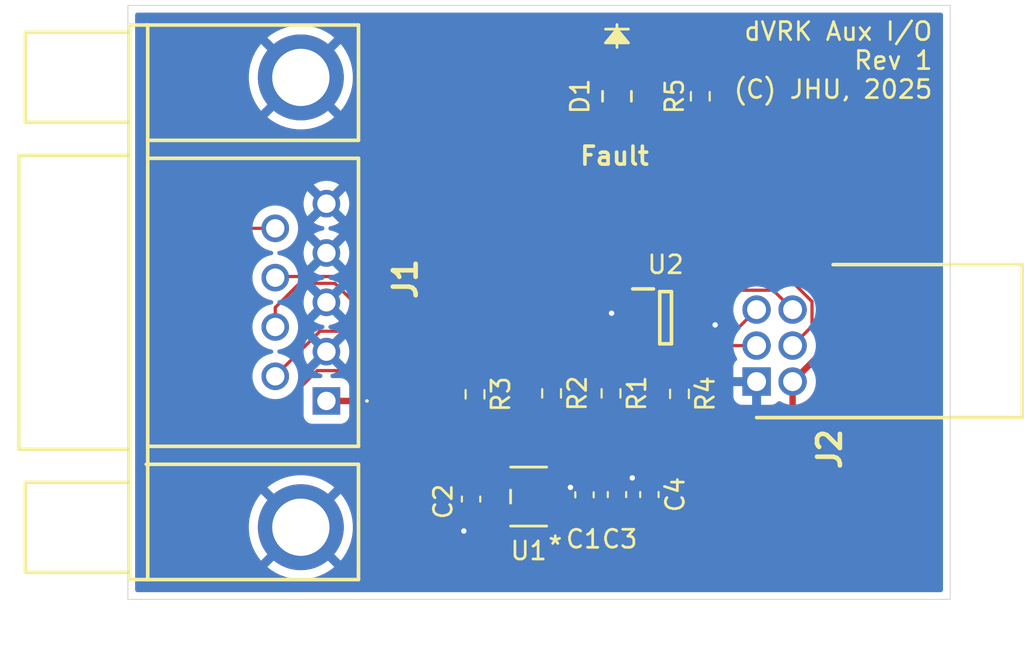
<source format=kicad_pcb>
(kicad_pcb (version 20241229) (generator "pcbnew") (generator_version "9.0")
  (layers (0 "F.Cu" signal) (2 "B.Cu" power) (13 "F.Paste" user) (15 "B.Paste" user) (5 "F.SilkS" user "F.Silkscreen") (7 "B.SilkS" user "B.Silkscreen") (1 "F.Mask" user) (3 "B.Mask" user) (25 "Edge.Cuts" user))
  (net 0 "")
  (net 1 "GNDD")
  (net 2 "/MIO_34")
  (net 3 "/MIO_36")
  (net 4 "/MIO_35")
  (net 5 "/MIO_37")
  (net 6 "/FPGA_MIO_34")
  (net 7 "/FPGA_MIO_36")
  (net 8 "/FPGA_MIO_35")
  (net 9 "/FPGA_MIO_37")
  (net 10 "/3V3")
  (net 11 "/3V3_limited")
  (net 12 "Net-(D1-A)")
  (net 13 "Net-(D1-K)")
  (footprint "DVRK:SHDRRA6W60P200X200_2X3_800X1000X530P" (layer "F.Cu") (at 68.15 39.15 -90)
    (property "Reference" "J2" (at 3.75 -4.05 270) (layer "F.SilkS") (effects (font (size 1.27 1.27) (thickness 0.254))))
    (property "Value" "Hirose DF11" (hide yes))
    (fp_line (start 2 0) (end 2 -14.75) (stroke (width 0.2)) (layer "F.SilkS"))
    (fp_line (start -6.5 -14.75) (end -6.5 -4.25) (stroke (width 0.2)) (layer "F.SilkS"))
    (fp_line (start 2 -14.75) (end -6.5 -14.75) (stroke (width 0.2)) (layer "F.SilkS"))
    (pad "1" thru_hole rect (at 0 0 270) (size 1.575 1.575) (drill 1.05) (layers "*.Cu" "*.Mask") (net 1 "GNDD"))
    (pad "2" thru_hole circle (at 0 -2 270) (size 1.575 1.575) (drill 1.05) (layers "*.Cu" "*.Mask") (net 10 "/3V3"))
    (pad "3" thru_hole circle (at -2 0 270) (size 1.575 1.575) (drill 1.05) (layers "*.Cu" "*.Mask") (net 6 "/FPGA_MIO_34"))
    (pad "4" thru_hole circle (at -2 -2 270) (size 1.575 1.575) (drill 1.05) (layers "*.Cu" "*.Mask") (net 8 "/FPGA_MIO_35"))
    (pad "5" thru_hole circle (at -4 0 270) (size 1.575 1.575) (drill 1.05) (layers "*.Cu" "*.Mask") (net 7 "/FPGA_MIO_36"))
    (pad "6" thru_hole circle (at -4 -2 270) (size 1.575 1.575) (drill 1.05) (layers "*.Cu" "*.Mask") (net 9 "/FPGA_MIO_37"))
  )
  (footprint "Capacitor_SMD:C_0603_1608Metric" (layer "F.Cu") (at 52.3 45.675 90)
    (property "Reference" "C2" (at -0.14058 -1.55 90) (layer "F.SilkS"))
    (property "Value" "10uF")
    (fp_line (start -0.14058 -0.51) (end 0.14058 -0.51) (stroke (width 0.12)) (layer "F.SilkS"))
    (fp_line (start -0.14058 0.51) (end 0.14058 0.51) (stroke (width 0.12)) (layer "F.SilkS"))
    (pad "1" smd roundrect (at -0.775 0 90) (size 0.9 0.95) (layers "F.Cu" "F.Mask" "F.Paste") (net 1 "GNDD"))
    (pad "2" smd roundrect (at 0.775 0 90) (size 0.9 0.95) (layers "F.Cu" "F.Mask" "F.Paste") (net 11 "/3V3_limited"))
  )
  (footprint "22XT_Main:SOT95P280X145-6N" (layer "F.Cu") (at 63.1 35.6)
    (property "Reference" "U2" (at 0 -2.95 0) (layer "F.SilkS"))
    (property "Value" "SMS3.3.TCT" (hide yes))
    (fp_line (start -1.825 -1.6) (end -0.675 -1.6) (stroke (width 0.2)) (layer "F.SilkS"))
    (fp_line (start -0.325 -1.45) (end 0.325 -1.45) (stroke (width 0.2)) (layer "F.SilkS"))
    (fp_line (start -0.325 1.45) (end -0.325 -1.45) (stroke (width 0.2)) (layer "F.SilkS"))
    (fp_line (start 0.325 -1.45) (end 0.325 1.45) (stroke (width 0.2)) (layer "F.SilkS"))
    (fp_line (start 0.325 1.45) (end -0.325 1.45) (stroke (width 0.2)) (layer "F.SilkS"))
    (pad "1" smd rect (at -1.25 -0.95 90) (size 0.6 1.15) (layers "F.Cu" "F.Mask" "F.Paste") (net 8 "/FPGA_MIO_35"))
    (pad "2" smd rect (at -1.25 0 90) (size 0.6 1.15) (layers "F.Cu" "F.Mask" "F.Paste") (net 1 "GNDD"))
    (pad "3" smd rect (at -1.25 0.95 90) (size 0.6 1.15) (layers "F.Cu" "F.Mask" "F.Paste") (net 6 "/FPGA_MIO_34"))
    (pad "4" smd rect (at 1.25 0.95 90) (size 0.6 1.15) (layers "F.Cu" "F.Mask" "F.Paste") (net 7 "/FPGA_MIO_36"))
    (pad "5" smd rect (at 1.25 0 90) (size 0.6 1.15) (layers "F.Cu" "F.Mask" "F.Paste") (net 1 "GNDD"))
    (pad "6" smd rect (at 1.25 -0.95 90) (size 0.6 1.15) (layers "F.Cu" "F.Mask" "F.Paste") (net 9 "/FPGA_MIO_37"))
  )
  (footprint "Resistor_SMD:R_0603_1608Metric" (layer "F.Cu") (at 63.86995 39.83005 -90)
    (property "Reference" "R4" (at 0 -1.43 90) (layer "F.SilkS"))
    (property "Value" "50")
    (fp_line (start -0.237258 0.5225) (end 0.237258 0.5225) (stroke (width 0.12)) (layer "F.SilkS"))
    (fp_line (start -0.237258 -0.5225) (end 0.237258 -0.5225) (stroke (width 0.12)) (layer "F.SilkS"))
    (pad "1" smd roundrect (at -0.825 0 270) (size 0.8 0.95) (layers "F.Cu" "F.Mask" "F.Paste") (net 7 "/FPGA_MIO_36"))
    (pad "2" smd roundrect (at 0.825 0 270) (size 0.8 0.95) (layers "F.Cu" "F.Mask" "F.Paste") (net 3 "/MIO_36"))
  )
  (footprint "Resistor_SMD:R_0603_1608Metric" (layer "F.Cu") (at 52.51995 39.85505 -90)
    (property "Reference" "R3" (at 0 -1.43 90) (layer "F.SilkS"))
    (property "Value" "50")
    (fp_line (start -0.237258 0.5225) (end 0.237258 0.5225) (stroke (width 0.12)) (layer "F.SilkS"))
    (fp_line (start -0.237258 -0.5225) (end 0.237258 -0.5225) (stroke (width 0.12)) (layer "F.SilkS"))
    (pad "1" smd roundrect (at -0.825 0 270) (size 0.8 0.95) (layers "F.Cu" "F.Mask" "F.Paste") (net 6 "/FPGA_MIO_34"))
    (pad "2" smd roundrect (at 0.825 0 270) (size 0.8 0.95) (layers "F.Cu" "F.Mask" "F.Paste") (net 2 "/MIO_34"))
  )
  (footprint "Capacitor_SMD:C_0603_1608Metric" (layer "F.Cu") (at 58.597249 45.437499 -90)
    (property "Reference" "C1" (at 2.462501 0.047249 180) (layer "F.SilkS"))
    (property "Value" "1uF")
    (fp_line (start -0.14058 0.51) (end 0.14058 0.51) (stroke (width 0.12)) (layer "F.SilkS"))
    (fp_line (start -0.14058 -0.51) (end 0.14058 -0.51) (stroke (width 0.12)) (layer "F.SilkS"))
    (pad "1" smd roundrect (at -0.775 0 270) (size 0.9 0.95) (layers "F.Cu" "F.Mask" "F.Paste") (net 1 "GNDD"))
    (pad "2" smd roundrect (at 0.775 0 270) (size 0.9 0.95) (layers "F.Cu" "F.Mask" "F.Paste") (net 10 "/3V3"))
  )
  (footprint "DVRK:6E17C009SBF220" (layer "F.Cu") (at 44.27 40.225 -90)
    (property "Reference" "J1" (at -6.775 -4.38 90) (layer "F.SilkS") (effects (font (size 1.27 1.27) (thickness 0.254))))
    (property "Value" "DB9F" (hide yes))
    (fp_line (start -13.645 17.07) (end 2.685 17.07) (stroke (width 0.2)) (layer "F.SilkS"))
    (fp_line (start 2.685 17.07) (end 2.685 10.92) (stroke (width 0.2)) (layer "F.SilkS"))
    (fp_line (start -20.48 16.71) (end -20.48 10.92) (stroke (width 0.2)) (layer "F.SilkS"))
    (fp_line (start -15.48 16.71) (end -20.48 16.71) (stroke (width 0.2)) (layer "F.SilkS"))
    (fp_line (start 4.52 16.71) (end 9.52 16.71) (stroke (width 0.2)) (layer "F.SilkS"))
    (fp_line (start 9.52 16.71) (end 9.52 10.92) (stroke (width 0.2)) (layer "F.SilkS"))
    (fp_line (start -20.885 10.92) (end -20.885 9.92) (stroke (width 0.2)) (layer "F.SilkS"))
    (fp_line (start -15.48 10.92) (end -15.48 16.71) (stroke (width 0.2)) (layer "F.SilkS"))
    (fp_line (start -13.645 10.92) (end -13.645 17.07) (stroke (width 0.2)) (layer "F.SilkS"))
    (fp_line (start 4.52 10.92) (end 4.52 16.71) (stroke (width 0.2)) (layer "F.SilkS"))
    (fp_line (start 9.925 10.92) (end -20.885 10.92) (stroke (width 0.2)) (layer "F.SilkS"))
    (fp_line (start -20.885 10) (end -20.885 -1.78) (stroke (width 0.2)) (layer "F.SilkS"))
    (fp_line (start -20.885 9.92) (end 9.925 9.92) (stroke (width 0.2)) (layer "F.SilkS"))
    (fp_line (start -14.48 9.92) (end -14.48 9.92) (stroke (width 0.2)) (layer "F.SilkS"))
    (fp_line (start -13.48 9.92) (end -13.48 -1.78) (stroke (width 0.2)) (layer "F.SilkS"))
    (fp_line (start 9.925 9.92) (end 9.925 10.92) (stroke (width 0.2)) (layer "F.SilkS"))
    (fp_line (start 9.925 9.92) (end 9.925 -1.78) (stroke (width 0.2)) (layer "F.SilkS"))
    (fp_line (start -20.885 -1.78) (end -14.48 -1.78) (stroke (width 0.2)) (layer "F.SilkS"))
    (fp_line (start -14.48 -1.78) (end -14.48 9.92) (stroke (width 0.2)) (layer "F.SilkS"))
    (fp_line (start -13.48 -1.78) (end 2.52 -1.78) (stroke (width 0.2)) (layer "F.SilkS"))
    (fp_line (start 2.52 -1.78) (end 2.52 9.92) (stroke (width 0.2)) (layer "F.SilkS"))
    (fp_line (start 3.52 -1.78) (end 3.52 10) (stroke (width 0.2)) (layer "F.SilkS"))
    (fp_line (start 9.925 -1.78) (end 3.52 -1.78) (stroke (width 0.2)) (layer "F.SilkS"))
    (fp_line (start 0 -2.2) (end 0 -2.2) (stroke (width 0.1)) (layer "F.SilkS"))
    (fp_line (start 0 -2.3) (end 0 -2.3) (stroke (width 0.1)) (layer "F.SilkS"))
    (fp_arc (start 0 -2.2) (mid -0.05 -2.25) (end 0 -2.3) (stroke (width 0.1)) (layer "F.SilkS"))
    (fp_arc (start 0 -2.3) (mid 0.05 -2.25) (end 0 -2.2) (stroke (width 0.1)) (layer "F.SilkS"))
    (pad "1" thru_hole rect (at 0 0 270) (size 1.53 1.53) (drill 1.02) (layers "*.Cu" "*.Mask") (net 11 "/3V3_limited"))
    (pad "2" thru_hole circle (at -2.74 0 270) (size 1.53 1.53) (drill 1.02) (layers "*.Cu" "*.Mask") (net 1 "GNDD"))
    (pad "3" thru_hole circle (at -5.48 0 270) (size 1.53 1.53) (drill 1.02) (layers "*.Cu" "*.Mask") (net 1 "GNDD"))
    (pad "4" thru_hole circle (at -8.22 0 270) (size 1.53 1.53) (drill 1.02) (layers "*.Cu" "*.Mask") (net 1 "GNDD"))
    (pad "5" thru_hole circle (at -10.96 0 270) (size 1.53 1.53) (drill 1.02) (layers "*.Cu" "*.Mask") (net 1 "GNDD"))
    (pad "6" thru_hole circle (at -1.37 2.84 270) (size 1.53 1.53) (drill 1.02) (layers "*.Cu" "*.Mask") (net 5 "/MIO_37"))
    (pad "7" thru_hole circle (at -4.11 2.84 270) (size 1.53 1.53) (drill 1.02) (layers "*.Cu" "*.Mask") (net 4 "/MIO_35"))
    (pad "8" thru_hole circle (at -6.85 2.84 270) (size 1.53 1.53) (drill 1.02) (layers "*.Cu" "*.Mask") (net 2 "/MIO_34"))
    (pad "9" thru_hole circle (at -9.59 2.84 270) (size 1.53 1.53) (drill 1.02) (layers "*.Cu" "*.Mask") (net 3 "/MIO_36"))
    (pad "10" thru_hole circle (at 7.015 1.42 270) (size 4.77 4.77) (drill 3.18) (layers "*.Cu" "*.Mask"))
    (pad "11" thru_hole circle (at -17.975 1.42 270) (size 4.77 4.77) (drill 3.18) (layers "*.Cu" "*.Mask"))
  )
  (footprint "DVRK:LED_LSM0805-2P0X1P25X0P8_VCC" (layer "F.Cu") (at 60.4 23.3 -90)
    (property "Reference" "D1" (at 0 2.05 90) (layer "F.SilkS"))
    (property "Value" "LED")
    (fp_line (start -0.275846 0.8001) (end 0.275846 0.8001) (stroke (width 0.1524)) (layer "F.SilkS"))
    (fp_line (start -3.732 0) (end -2.97 0.635) (stroke (width 0.1524)) (layer "F.SilkS"))
    (fp_line (start -3.732 0) (end -2.97 0.508) (stroke (width 0.1524)) (layer "F.SilkS"))
    (fp_line (start -3.732 0) (end -2.97 0.381) (stroke (width 0.1524)) (layer "F.SilkS"))
    (fp_line (start -3.732 0) (end -2.97 0.254) (stroke (width 0.1524)) (layer "F.SilkS"))
    (fp_line (start -3.732 0) (end -2.97 0.127) (stroke (width 0.1524)) (layer "F.SilkS"))
    (fp_line (start -3.732 0) (end -2.97 -0.127) (stroke (width 0.1524)) (layer "F.SilkS"))
    (fp_line (start -3.732 0) (end -2.97 -0.254) (stroke (width 0.1524)) (layer "F.SilkS"))
    (fp_line (start -3.732 0) (end -2.97 -0.381) (stroke (width 0.1524)) (layer "F.SilkS"))
    (fp_line (start -3.732 0) (end -2.97 -0.508) (stroke (width 0.1524)) (layer "F.SilkS"))
    (fp_line (start -3.732 0) (end -2.97 -0.635) (stroke (width 0.1524)) (layer "F.SilkS"))
    (fp_line (start -2.716 0) (end -3.986 0) (stroke (width 0.1524)) (layer "F.SilkS"))
    (fp_line (start -3.732 -0.635) (end -3.732 0.635) (stroke (width 0.1524)) (layer "F.SilkS"))
    (fp_line (start -2.97 -0.635) (end -2.97 0.635) (stroke (width 0.1524)) (layer "F.SilkS"))
    (fp_line (start 0.275846 -0.8001) (end -0.275846 -0.8001) (stroke (width 0.1524)) (layer "F.SilkS"))
    (pad "1" smd rect (at -1.15 0 270) (size 1.100001 1.45) (layers "F.Cu" "F.Mask" "F.Paste") (net 13 "Net-(D1-K)"))
    (pad "2" smd rect (at 1.15 0 270) (size 1.100001 1.45) (layers "F.Cu" "F.Mask" "F.Paste") (net 12 "Net-(D1-A)"))
  )
  (footprint "Resistor_SMD:R_0603_1608Metric" (layer "F.Cu") (at 60.06995 39.80505 -90)
    (property "Reference" "R1" (at 0 -1.43 90) (layer "F.SilkS"))
    (property "Value" "50")
    (fp_line (start -0.237258 0.5225) (end 0.237258 0.5225) (stroke (width 0.12)) (layer "F.SilkS"))
    (fp_line (start -0.237258 -0.5225) (end 0.237258 -0.5225) (stroke (width 0.12)) (layer "F.SilkS"))
    (pad "1" smd roundrect (at -0.825 0 270) (size 0.8 0.95) (layers "F.Cu" "F.Mask" "F.Paste") (net 9 "/FPGA_MIO_37"))
    (pad "2" smd roundrect (at 0.825 0 270) (size 0.8 0.95) (layers "F.Cu" "F.Mask" "F.Paste") (net 5 "/MIO_37"))
  )
  (footprint "DVRK:SOT-23-5_M5_MCH" (layer "F.Cu") (at 55.497249 45.537499 180)
    (property "Reference" "U1" (at 0 -3.012501 0) (layer "F.SilkS"))
    (property "Value" "MIC2091-1YM5-TR")
    (fp_line (start 1.0033 0.363261) (end 1.0033 -0.363261) (stroke (width 0.1524)) (layer "F.SilkS"))
    (fp_line (start 1.0033 -1.6383) (end -1.0033 -1.6383) (stroke (width 0.1524)) (layer "F.SilkS"))
    (fp_line (start -1.0033 1.6383) (end 1.0033 1.6383) (stroke (width 0.1524)) (layer "F.SilkS"))
    (fp_text user "*" (at -1.476392 -2.717609 180) (layer "F.SilkS"))
    (pad "1" smd rect (at -1.36525 -0.950001 180) (size 0.9779 0.508) (layers "F.Cu" "F.Mask" "F.Paste") (net 10 "/3V3"))
    (pad "2" smd rect (at -1.36525 0 180) (size 0.9779 0.508) (layers "F.Cu" "F.Mask" "F.Paste") (net 1 "GNDD"))
    (pad "3" smd rect (at -1.36525 0.950001 180) (size 0.9779 0.508) (layers "F.Cu" "F.Mask" "F.Paste") (net 10 "/3V3"))
    (pad "4" smd rect (at 1.36525 0.950001 180) (size 0.9779 0.508) (layers "F.Cu" "F.Mask" "F.Paste") (net 13 "Net-(D1-K)"))
    (pad "5" smd rect (at 1.36525 -0.950001 180) (size 0.9779 0.508) (layers "F.Cu" "F.Mask" "F.Paste") (net 11 "/3V3_limited"))
  )
  (footprint "Capacitor_SMD:C_0603_1608Metric" (layer "F.Cu") (at 62.2 45.425 -90)
    (property "Reference" "C4" (at 0 -1.43 90) (layer "F.SilkS"))
    (property "Value" "0.1uF")
    (fp_line (start -0.14058 0.51) (end 0.14058 0.51) (stroke (width 0.12)) (layer "F.SilkS"))
    (fp_line (start -0.14058 -0.51) (end 0.14058 -0.51) (stroke (width 0.12)) (layer "F.SilkS"))
    (pad "1" smd roundrect (at -0.775 0 270) (size 0.9 0.95) (layers "F.Cu" "F.Mask" "F.Paste") (net 1 "GNDD"))
    (pad "2" smd roundrect (at 0.775 0 270) (size 0.9 0.95) (layers "F.Cu" "F.Mask" "F.Paste") (net 10 "/3V3"))
  )
  (footprint "Resistor_SMD:R_0603_1608Metric" (layer "F.Cu") (at 65.025 23.3 90)
    (property "Reference" "R5" (at 0 -1.43 90) (layer "F.SilkS"))
    (property "Value" "499")
    (fp_line (start -0.237258 -0.5225) (end 0.237258 -0.5225) (stroke (width 0.12)) (layer "F.SilkS"))
    (fp_line (start -0.237258 0.5225) (end 0.237258 0.5225) (stroke (width 0.12)) (layer "F.SilkS"))
    (pad "1" smd roundrect (at -0.825 0 90) (size 0.8 0.95) (layers "F.Cu" "F.Mask" "F.Paste") (net 10 "/3V3"))
    (pad "2" smd roundrect (at 0.825 0 90) (size 0.8 0.95) (layers "F.Cu" "F.Mask" "F.Paste") (net 12 "Net-(D1-A)"))
  )
  (footprint "Capacitor_SMD:C_0603_1608Metric" (layer "F.Cu") (at 60.4 45.425 -90)
    (property "Reference" "C3" (at 2.475 -0.15 0) (layer "F.SilkS"))
    (property "Value" "10uF")
    (fp_line (start -0.14058 0.51) (end 0.14058 0.51) (stroke (width 0.12)) (layer "F.SilkS"))
    (fp_line (start -0.14058 -0.51) (end 0.14058 -0.51) (stroke (width 0.12)) (layer "F.SilkS"))
    (pad "1" smd roundrect (at -0.775 0 270) (size 0.9 0.95) (layers "F.Cu" "F.Mask" "F.Paste") (net 1 "GNDD"))
    (pad "2" smd roundrect (at 0.775 0 270) (size 0.9 0.95) (layers "F.Cu" "F.Mask" "F.Paste") (net 10 "/3V3"))
  )
  (footprint "Resistor_SMD:R_0603_1608Metric" (layer "F.Cu") (at 56.76995 39.80505 -90)
    (property "Reference" "R2" (at 0 -1.43 90) (layer "F.SilkS"))
    (property "Value" "50")
    (fp_line (start -0.237258 0.5225) (end 0.237258 0.5225) (stroke (width 0.12)) (layer "F.SilkS"))
    (fp_line (start -0.237258 -0.5225) (end 0.237258 -0.5225) (stroke (width 0.12)) (layer "F.SilkS"))
    (pad "1" smd roundrect (at -0.825 0 270) (size 0.8 0.95) (layers "F.Cu" "F.Mask" "F.Paste") (net 8 "/FPGA_MIO_35"))
    (pad "2" smd roundrect (at 0.825 0 270) (size 0.8 0.95) (layers "F.Cu" "F.Mask" "F.Paste") (net 4 "/MIO_35"))
  )
  (gr_line (start 78.9 51.25) (end 78.9 50.9) (stroke (width 0.05)) (layer "Edge.Cuts"))
  (gr_line (start 33.25 51.25) (end 33.25 18.25) (stroke (width 0.05)) (layer "Edge.Cuts"))
  (gr_line (start 33.25 18.25) (end 78.9 18.25) (stroke (width 0.05)) (layer "Edge.Cuts"))
  (gr_line (start 78.9 18.25) (end 78.9 50.9) (stroke (width 0.05)) (layer "Edge.Cuts"))
  (gr_line (start 33.5 51.25) (end 33.25 51.25) (stroke (width 0.05)) (layer "Edge.Cuts"))
  (gr_line (start 78.9 51.25) (end 33.5 51.25) (stroke (width 0.05)) (layer "Edge.Cuts"))
  (gr_text "Fault" (at 58.25 27.2 0) (layer "F.SilkS") (effects (font (size 1 1) (thickness 0.2) (bold yes)) (justify left bottom)))
  (gr_text "dVRK Aux I/O\nRev 1\n(C) JHU, 2025" (at 78 23.5 0) (layer "F.SilkS") (effects (font (size 1 1)) (justify right bottom)))
  (segment (start 58.597249 44.662499) (end 58.087501 44.662499) (width 0.1778) (layer "F.Cu") (net 1))
  (segment (start 60.35 35.6) (end 60.1 35.35) (width 0.1778) (layer "F.Cu") (net 1))
  (segment (start 64.35 35.6) (end 65.45 35.6) (width 0.1778) (layer "F.Cu") (net 1))
  (segment (start 58.087501 44.662499) (end 57.75 45) (width 0.1778) (layer "F.Cu") (net 1))
  (segment (start 51.9 47.45) (end 52.3 47.05) (width 0.1778) (layer "F.Cu") (net 1))
  (segment (start 60.387501 44.662499) (end 60.4 44.65) (width 0.1778) (layer "F.Cu") (net 1))
  (segment (start 57.75 45) (end 57.776271 45.026271) (width 0.1778) (layer "F.Cu") (net 1))
  (segment (start 57.304829 45.537499) (end 56.862499 45.537499) (width 0.1778) (layer "F.Cu") (net 1))
  (segment (start 61.4 44.65) (end 61.25 44.5) (width 0.1778) (layer "F.Cu") (net 1))
  (segment (start 65.45 35.6) (end 65.85 36) (width 0.1778) (layer "F.Cu") (net 1))
  (segment (start 61.1 44.65) (end 61.25 44.5) (width 0.1778) (layer "F.Cu") (net 1))
  (segment (start 52.3 47.05) (end 52.3 46.45) (width 0.1778) (layer "F.Cu") (net 1))
  (segment (start 57.816057 45.026271) (end 57.304829 45.537499) (width 0.1778) (layer "F.Cu") (net 1))
  (segment (start 60.4 44.65) (end 61.1 44.65) (width 0.1778) (layer "F.Cu") (net 1))
  (segment (start 62.2 44.65) (end 61.4 44.65) (width 0.1778) (layer "F.Cu") (net 1))
  (segment (start 61.85 35.6) (end 60.35 35.6) (width 0.1778) (layer "F.Cu") (net 1))
  (segment (start 57.776271 45.026271) (end 57.816057 45.026271) (width 0.1778) (layer "F.Cu") (net 1))
  (via (at 51.9 47.45) (size 0.6) (drill 0.3) (layers "F.Cu" "B.Cu") (net 1))
  (via (at 65.85 36) (size 0.6) (drill 0.3) (layers "F.Cu" "B.Cu") (net 1))
  (via (at 57.816057 45.026271) (size 0.6) (drill 0.3) (layers "F.Cu" "B.Cu") (net 1))
  (via (at 60.1 35.35) (size 0.6) (drill 0.3) (layers "F.Cu" "B.Cu") (net 1))
  (via (at 61.25 44.5) (size 0.6) (drill 0.3) (layers "F.Cu" "B.Cu") (net 1))
  (segment (start 45.547004 33.3113) (end 52.51995 40.284246) (width 0.1778) (layer "F.Cu") (net 2))
  (segment (start 41.7451 33.0599) (end 41.43 33.375) (width 0.1778) (layer "F.Cu") (net 2))
  (segment (start 41.4937 33.3113) (end 45.547004 33.3113) (width 0.1778) (layer "F.Cu") (net 2))
  (segment (start 41.43 33.375) (end 41.4937 33.3113) (width 0.1778) (layer "F.Cu") (net 2))
  (segment (start 52.51995 40.284246) (end 52.51995 40.68005) (width 0.1778) (layer "F.Cu") (net 2))
  (segment (start 39.05 31.65) (end 39.05 39) (width 0.1778) (layer "F.Cu") (net 3))
  (segment (start 61.79125 42.73375) (end 63.86995 40.65505) (width 0.1778) (layer "F.Cu") (net 3))
  (segment (start 40.55 40.5) (end 41.8 40.5) (width 0.1778) (layer "F.Cu") (net 3))
  (segment (start 40.065 30.635) (end 39.05 31.65) (width 0.1778) (layer "F.Cu") (net 3))
  (segment (start 39.05 39) (end 40.55 40.5) (width 0.1778) (layer "F.Cu") (net 3))
  (segment (start 51.73375 42.73375) (end 61.79125 42.73375) (width 0.1778) (layer "F.Cu") (net 3))
  (segment (start 47.5399 38.5399) (end 51.73375 42.73375) (width 0.1778) (layer "F.Cu") (net 3))
  (segment (start 41.8 40.5) (end 43.7601 38.5399) (width 0.1778) (layer "F.Cu") (net 3))
  (segment (start 43.7601 38.5399) (end 47.5399 38.5399) (width 0.1778) (layer "F.Cu") (net 3))
  (segment (start 41.43 30.635) (end 40.065 30.635) (width 0.1778) (layer "F.Cu") (net 3))
  (segment (start 42.773027 33.6901) (end 41.43 35.033127) (width 0.1778) (layer "F.Cu") (net 4))
  (segment (start 46.5149 35.9149) (end 46.5149 35.4649) (width 0.1778) (layer "F.Cu") (net 4))
  (segment (start 51.96995 41.36995) (end 46.5149 35.9149) (width 0.1778) (layer "F.Cu") (net 4))
  (segment (start 44.7401 33.6901) (end 42.773027 33.6901) (width 0.1778) (layer "F.Cu") (net 4))
  (segment (start 56.03005 41.36995) (end 51.96995 41.36995) (width 0.1778) (layer "F.Cu") (net 4))
  (segment (start 56.76995 40.63005) (end 56.03005 41.36995) (width 0.1778) (layer "F.Cu") (net 4))
  (segment (start 41.43 35.033127) (end 41.43 36.115) (width 0.1778) (layer "F.Cu") (net 4))
  (segment (start 46.5149 35.4649) (end 44.7401 33.6901) (width 0.1778) (layer "F.Cu") (net 4))
  (segment (start 60.06995 40.63005) (end 58.34505 42.35495) (width 0.1778) (layer "F.Cu") (net 5))
  (segment (start 43.913146 36.35) (end 41.43 38.833146) (width 0.1778) (layer "F.Cu") (net 5))
  (segment (start 41.43 38.833146) (end 41.43 38.855) (width 0.1778) (layer "F.Cu") (net 5))
  (segment (start 45.885704 36.35) (end 43.913146 36.35) (width 0.1778) (layer "F.Cu") (net 5))
  (segment (start 58.34505 42.35495) (end 51.890654 42.35495) (width 0.1778) (layer "F.Cu") (net 5))
  (segment (start 51.890654 42.35495) (end 45.885704 36.35) (width 0.1778) (layer "F.Cu") (net 5))
  (segment (start 67.455904 37.3) (end 68.15 37.3) (width 0.1778) (layer "F.Cu") (net 6))
  (segment (start 56.4 36.55) (end 55.75 37.2) (width 0.1778) (layer "F.Cu") (net 6))
  (segment (start 52.51995 38.45505) (end 54.425 36.55) (width 0.1778) (layer "F.Cu") (net 6))
  (segment (start 55.75 39.4851) (end 55.95985 39.69495) (width 0.1778) (layer "F.Cu") (net 6))
  (segment (start 55.95985 39.69495) (end 64.6 39.69495) (width 0.1778) (layer "F.Cu") (net 6))
  (segment (start 56.675 36.55) (end 56.4 36.55) (width 0.1778) (layer "F.Cu") (net 6))
  (segment (start 66.516491 37.15) (end 68.15 37.15) (width 0.1778) (layer "F.Cu") (net 6))
  (segment (start 64.6 39.69495) (end 65.6 38.69495) (width 0.1778) (layer "F.Cu") (net 6))
  (segment (start 65.6 38.69495) (end 65.6 38.066491) (width 0.1778) (layer "F.Cu") (net 6))
  (segment (start 65.6 38.066491) (end 66.516491 37.15) (width 0.1778) (layer "F.Cu") (net 6))
  (segment (start 61.85 36.55) (end 56.675 36.55) (width 0.1778) (layer "F.Cu") (net 6))
  (segment (start 61.85 36.55) (end 61.4 36.55) (width 0.1778) (layer "F.Cu") (net 6))
  (segment (start 54.425 36.55) (end 56.675 36.55) (width 0.1778) (layer "F.Cu") (net 6))
  (segment (start 55.75 37.2) (end 55.75 39.4851) (width 0.1778) (layer "F.Cu") (net 6))
  (segment (start 52.51995 38.45505) (end 52.51995 39.03005) (width 0.1778) (layer "F.Cu") (net 6))
  (segment (start 63.86995 37.03005) (end 64.35 36.55) (width 0.1778) (layer "F.Cu") (net 7))
  (segment (start 63.86995 39.00505) (end 63.86995 37.03005) (width 0.1778) (layer "F.Cu") (net 7))
  (segment (start 64.3899 36.5899) (end 64.35 36.55) (width 0.1778) (layer "F.Cu") (net 7))
  (segment (start 68.15 35.15) (end 66.7101 36.5899) (width 0.1778) (layer "F.Cu") (net 7))
  (segment (start 64.35 36.55) (end 64.55 36.75) (width 0.1778) (layer "F.Cu") (net 7))
  (segment (start 66.7101 36.5899) (end 64.3899 36.5899) (width 0.1778) (layer "F.Cu") (net 7))
  (segment (start 56.76995 38.98005) (end 57.8 37.95) (width 0.1778) (layer "F.Cu") (net 8))
  (segment (start 71.2274 34.703726) (end 71.2274 36.0726) (width 0.1778) (layer "F.Cu") (net 8))
  (segment (start 62.3548 34.65) (end 61.85 34.65) (width 0.1778) (layer "F.Cu") (net 8))
  (segment (start 62.7149 35.0101) (end 62.3548 34.65) (width 0.1778) (layer "F.Cu") (net 8))
  (segment (start 71.2274 36.0726) (end 70.15 37.15) (width 0.1778) (layer "F.Cu") (net 8))
  (segment (start 61.9048 37.95) (end 62.7149 37.1399) (width 0.1778) (layer "F.Cu") (net 8))
  (segment (start 62.8062 33.6938) (end 70.217474 33.6938) (width 0.1778) (layer "F.Cu") (net 8))
  (segment (start 62.7149 37.1399) (end 62.7149 35.0101) (width 0.1778) (layer "F.Cu") (net 8))
  (segment (start 57.8 37.95) (end 61.9048 37.95) (width 0.1778) (layer "F.Cu") (net 8))
  (segment (start 61.85 34.65) (end 62.8062 33.6938) (width 0.1778) (layer "F.Cu") (net 8))
  (segment (start 70.217474 33.6938) (end 71.2274 34.703726) (width 0.1778) (layer "F.Cu") (net 8))
  (segment (start 69.0726 34.0726) (end 64.9274 34.0726) (width 0.1778) (layer "F.Cu") (net 9))
  (segment (start 63.4851 35.0101) (end 63.8452 34.65) (width 0.1778) (layer "F.Cu") (net 9))
  (segment (start 63.8452 34.65) (end 64.35 34.65) (width 0.1778) (layer "F.Cu") (net 9))
  (segment (start 70.15 35.15) (end 69.0726 34.0726) (width 0.1778) (layer "F.Cu") (net 9))
  (segment (start 63.4851 37.3149) (end 63.4851 35.0101) (width 0.1778) (layer "F.Cu") (net 9))
  (segment (start 61.81995 38.98005) (end 63.4851 37.3149) (width 0.1778) (layer "F.Cu") (net 9))
  (segment (start 60.06995 38.98005) (end 61.81995 38.98005) (width 0.1778) (layer "F.Cu") (net 9))
  (segment (start 64.9274 34.0726) (end 64.35 34.65) (width 0.1778) (layer "F.Cu") (net 9))
  (segment (start 56.31195 46.4875) (end 55.933649 46.109199) (width 0.3556) (layer "F.Cu") (net 10))
  (segment (start 65.233649 46.231398) (end 70.15 41.315047) (width 0.3556) (layer "F.Cu") (net 10))
  (segment (start 61.883649 46.206398) (end 65.208649 46.206398) (width 0.3556) (layer "F.Cu") (net 10))
  (segment (start 56.302549 44.587498) (end 56.862499 44.587498) (width 0.3556) (layer "F.Cu") (net 10))
  (segment (start 55.933649 44.956398) (end 56.302549 44.587498) (width 0.3556) (layer "F.Cu") (net 10))
  (segment (start 58.597249 46.212499) (end 61.877548 46.212499) (width 0.3556) (layer "F.Cu") (net 10))
  (segment (start 70.15 39.15) (end 71.6951 37.6049) (width 0.3556) (layer "F.Cu") (net 10))
  (segment (start 71.6951 33.7951) (end 65.025 27.125) (width 0.3556) (layer "F.Cu") (net 10))
  (segment (start 58.597249 46.212499) (end 57.1375 46.212499) (width 0.3556) (layer "F.Cu") (net 10))
  (segment (start 56.862499 46.4875) (end 56.862499 46.585248) (width 0.3556) (layer "F.Cu") (net 10))
  (segment (start 65.025 27.125) (end 65.025 24.125) (width 0.3556) (layer "F.Cu") (net 10))
  (segment (start 57.1375 46.212499) (end 56.862499 46.4875) (width 0.3556) (layer "F.Cu") (net 10))
  (segment (start 71.6951 37.6049) (end 71.6951 33.7951) (width 0.3556) (layer "F.Cu") (net 10))
  (segment (start 61.877548 46.212499) (end 61.883649 46.206398) (width 0.3556) (layer "F.Cu") (net 10))
  (segment (start 65.208649 46.206398) (end 65.233649 46.231398) (width 0.3556) (layer "F.Cu") (net 10))
  (segment (start 56.862499 46.4875) (end 56.31195 46.4875) (width 0.3556) (layer "F.Cu") (net 10))
  (segment (start 70.15 41.315047) (end 70.15 39.15) (width 0.3556) (layer "F.Cu") (net 10))
  (segment (start 55.933649 46.109199) (end 55.933649 44.956398) (width 0.3556) (layer "F.Cu") (net 10))
  (segment (start 52.3 44.9) (end 53.8875 46.4875) (width 0.3556) (layer "F.Cu") (net 11))
  (segment (start 53.8875 46.4875) (end 54.131999 46.4875) (width 0.3556) (layer "F.Cu") (net 11))
  (segment (start 52.1 44.9) (end 47.425 40.225) (width 0.3556) (layer "F.Cu") (net 11))
  (segment (start 47.425 40.225) (end 44.27 40.225) (width 0.3556) (layer "F.Cu") (net 11))
  (segment (start 52.093899 45.106101) (end 52.3 44.9) (width 0.3556) (layer "F.Cu") (net 11))
  (segment (start 52.3 44.9) (end 52.1 44.9) (width 0.3556) (layer "F.Cu") (net 11))
  (segment (start 60.4 24.45) (end 61.825 24.45) (width 0.1778) (layer "F.Cu") (net 12))
  (segment (start 60.4 24.1) (end 60.7 24.1) (width 0.1778) (layer "F.Cu") (net 12))
  (segment (start 63.8 22.475) (end 65.025 22.475) (width 0.1778) (layer "F.Cu") (net 12))
  (segment (start 61.825 24.45) (end 63.8 22.475) (width 0.1778) (layer "F.Cu") (net 12))
  (segment (start 65.621513 47.052948) (end 73.3 39.374461) (width 0.1778) (layer "F.Cu") (net 13))
  (segment (start 54.131999 45.019298) (end 56.165649 47.052948) (width 0.1778) (layer "F.Cu") (net 13))
  (segment (start 65.508466 21.7851) (end 61.1149 21.7851) (width 0.1778) (layer "F.Cu") (net 13))
  (segment (start 73.3 29.576634) (end 65.508466 21.7851) (width 0.1778) (layer "F.Cu") (net 13))
  (segment (start 56.165649 47.052948) (end 65.621513 47.052948) (width 0.1778) (layer "F.Cu") (net 13))
  (segment (start 54.131999 44.587498) (end 54.131999 45.019298) (width 0.1778) (layer "F.Cu") (net 13))
  (segment (start 73.3 39.374461) (end 73.3 29.576634) (width 0.1778) (layer "F.Cu") (net 13))
  (segment (start 61.1149 21.7851) (end 60.4 22.5) (width 0.1778) (layer "F.Cu") (net 13))
  (zone (net 1) (net_name "GNDD") (layer "B.Cu") (connect_pads (clearance 0.5)) (min_thickness 0.25) (fill yes (thermal_gap 0.5) (thermal_bridge_width 0.5))
    (polygon (pts (xy 32.55 17.95) (xy 78.650606 18.291065) (xy 79.149999 52.1) (xy 32 52.1)))
  )
)
</source>
